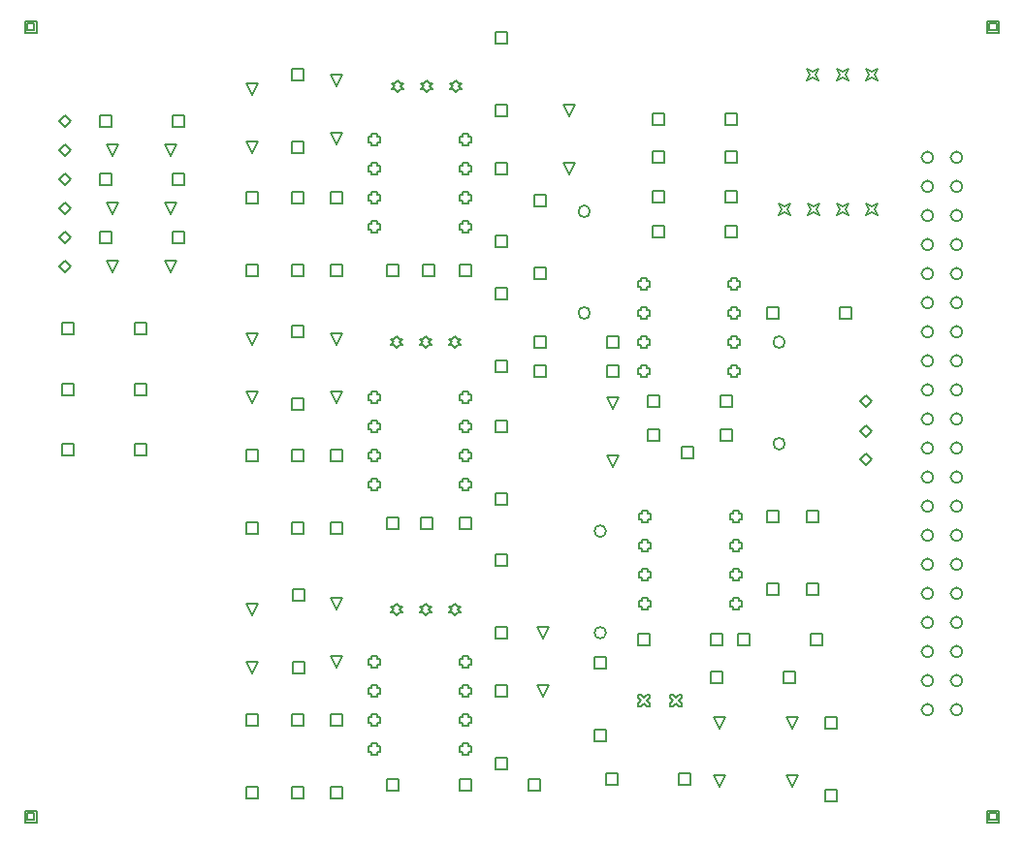
<source format=gbr>
%TF.GenerationSoftware,Altium Limited,Altium Designer,23.3.1 (30)*%
G04 Layer_Color=2752767*
%FSLAX26Y26*%
%MOIN*%
%TF.SameCoordinates,8F501EFE-F143-482A-9327-88418F9FCBED*%
%TF.FilePolarity,Positive*%
%TF.FileFunction,Drawing*%
%TF.Part,Single*%
G01*
G75*
%TA.AperFunction,NonConductor*%
%ADD37C,0.005000*%
%ADD73C,0.006667*%
D37*
X2990000Y2650000D02*
X3000000Y2670000D01*
X2990000Y2690000D01*
X3010000Y2680000D01*
X3030000Y2690000D01*
X3020000Y2670000D01*
X3030000Y2650000D01*
X3010000Y2660000D01*
X2990000Y2650000D01*
X2890000D02*
X2900000Y2670000D01*
X2890000Y2690000D01*
X2910000Y2680000D01*
X2930000Y2690000D01*
X2920000Y2670000D01*
X2930000Y2650000D01*
X2910000Y2660000D01*
X2890000Y2650000D01*
X2785000D02*
X2795000Y2670000D01*
X2785000Y2690000D01*
X2805000Y2680000D01*
X2825000Y2690000D01*
X2815000Y2670000D01*
X2825000Y2650000D01*
X2805000Y2660000D01*
X2785000Y2650000D01*
X2120000Y1320000D02*
X2100000Y1360000D01*
X2140000D01*
X2120000Y1320000D01*
Y1520000D02*
X2100000Y1560000D01*
X2140000D01*
X2120000Y1520000D01*
X1715000Y1895000D02*
Y1935000D01*
X1755000D01*
Y1895000D01*
X1715000D01*
Y1645000D02*
Y1685000D01*
X1755000D01*
Y1645000D01*
X1715000D01*
X860000Y1091500D02*
Y1131500D01*
X900000D01*
Y1091500D01*
X860000D01*
Y1341500D02*
Y1381500D01*
X900000D01*
Y1341500D01*
X860000D01*
X880000Y1541500D02*
X860000Y1581500D01*
X900000D01*
X880000Y1541500D01*
Y1741500D02*
X860000Y1781500D01*
X900000D01*
X880000Y1741500D01*
X1015000Y1515000D02*
Y1555000D01*
X1055000D01*
Y1515000D01*
X1015000D01*
Y1765000D02*
Y1805000D01*
X1055000D01*
Y1765000D01*
X1015000D01*
Y180000D02*
Y220000D01*
X1055000D01*
Y180000D01*
X1015000D01*
Y430000D02*
Y470000D01*
X1055000D01*
Y430000D01*
X1015000D01*
X860000Y180000D02*
Y220000D01*
X900000D01*
Y180000D01*
X860000D01*
Y430000D02*
Y470000D01*
X900000D01*
Y430000D01*
X860000D01*
X1170000Y630000D02*
X1150000Y670000D01*
X1190000D01*
X1170000Y630000D01*
Y830000D02*
X1150000Y870000D01*
X1190000D01*
X1170000Y830000D01*
X880000Y610000D02*
X860000Y650000D01*
X900000D01*
X880000Y610000D01*
Y810000D02*
X860000Y850000D01*
X900000D01*
X880000Y810000D01*
X1020000Y610000D02*
Y650000D01*
X1060000D01*
Y610000D01*
X1020000D01*
Y860000D02*
Y900000D01*
X1060000D01*
Y860000D01*
X1020000D01*
X1715000Y980000D02*
Y1020000D01*
X1755000D01*
Y980000D01*
X1715000D01*
Y730000D02*
Y770000D01*
X1755000D01*
Y730000D01*
X1715000D01*
Y530000D02*
Y570000D01*
X1755000D01*
Y530000D01*
X1715000D01*
Y280000D02*
Y320000D01*
X1755000D01*
Y280000D01*
X1715000D01*
X2703701Y575000D02*
Y615000D01*
X2743701D01*
Y575000D01*
X2703701D01*
X2453701D02*
Y615000D01*
X2493701D01*
Y575000D01*
X2453701D01*
X2203701Y705000D02*
Y745000D01*
X2243701D01*
Y705000D01*
X2203701D01*
X2453701D02*
Y745000D01*
X2493701D01*
Y705000D01*
X2453701D01*
X2218701Y1140000D02*
Y1130000D01*
X2238701D01*
Y1140000D01*
X2248701D01*
Y1160000D01*
X2238701D01*
Y1170000D01*
X2218701D01*
Y1160000D01*
X2208701D01*
Y1140000D01*
X2218701D01*
Y1040000D02*
Y1030000D01*
X2238701D01*
Y1040000D01*
X2248701D01*
Y1060000D01*
X2238701D01*
Y1070000D01*
X2218701D01*
Y1060000D01*
X2208701D01*
Y1040000D01*
X2218701D01*
Y940000D02*
Y930000D01*
X2238701D01*
Y940000D01*
X2248701D01*
Y960000D01*
X2238701D01*
Y970000D01*
X2218701D01*
Y960000D01*
X2208701D01*
Y940000D01*
X2218701D01*
Y840000D02*
Y830000D01*
X2238701D01*
Y840000D01*
X2248701D01*
Y860000D01*
X2238701D01*
Y870000D01*
X2218701D01*
Y860000D01*
X2208701D01*
Y840000D01*
X2218701D01*
X2531299D02*
Y830000D01*
X2551299D01*
Y840000D01*
X2561299D01*
Y860000D01*
X2551299D01*
Y870000D01*
X2531299D01*
Y860000D01*
X2521299D01*
Y840000D01*
X2531299D01*
Y940000D02*
Y930000D01*
X2551299D01*
Y940000D01*
X2561299D01*
Y960000D01*
X2551299D01*
Y970000D01*
X2531299D01*
Y960000D01*
X2521299D01*
Y940000D01*
X2531299D01*
Y1040000D02*
Y1030000D01*
X2551299D01*
Y1040000D01*
X2561299D01*
Y1060000D01*
X2551299D01*
Y1070000D01*
X2531299D01*
Y1060000D01*
X2521299D01*
Y1040000D01*
X2531299D01*
Y1140000D02*
Y1130000D01*
X2551299D01*
Y1140000D01*
X2561299D01*
Y1160000D01*
X2551299D01*
Y1170000D01*
X2531299D01*
Y1160000D01*
X2521299D01*
Y1140000D01*
X2531299D01*
X2055000Y625000D02*
Y665000D01*
X2095000D01*
Y625000D01*
X2055000D01*
Y375000D02*
Y415000D01*
X2095000D01*
Y375000D01*
X2055000D01*
X2345000Y225000D02*
Y265000D01*
X2385000D01*
Y225000D01*
X2345000D01*
X2095000D02*
Y265000D01*
X2135000D01*
Y225000D01*
X2095000D01*
X2205000Y495000D02*
X2215000D01*
X2225000Y505000D01*
X2235000Y495000D01*
X2245000D01*
Y505000D01*
X2235000Y515000D01*
X2245000Y525000D01*
Y535000D01*
X2235000D01*
X2225000Y525000D01*
X2215000Y535000D01*
X2205000D01*
Y525000D01*
X2215000Y515000D01*
X2205000Y505000D01*
Y495000D01*
X2315000D02*
X2325000D01*
X2335000Y505000D01*
X2345000Y495000D01*
X2355000D01*
Y505000D01*
X2345000Y515000D01*
X2355000Y525000D01*
Y535000D01*
X2345000D01*
X2335000Y525000D01*
X2325000Y535000D01*
X2315000D01*
Y525000D01*
X2325000Y515000D01*
X2315000Y505000D01*
Y495000D01*
X2485000Y420000D02*
X2465000Y460000D01*
X2505000D01*
X2485000Y420000D01*
X2735000Y220000D02*
X2715000Y260000D01*
X2755000D01*
X2735000Y220000D01*
Y420000D02*
X2715000Y460000D01*
X2755000D01*
X2735000Y420000D01*
X2485000Y220000D02*
X2465000Y260000D01*
X2505000D01*
X2485000Y220000D01*
X2850000Y420000D02*
Y460000D01*
X2890000D01*
Y420000D01*
X2850000D01*
Y170000D02*
Y210000D01*
X2890000D01*
Y170000D01*
X2850000D01*
X2650000Y1130000D02*
Y1170000D01*
X2690000D01*
Y1130000D01*
X2650000D01*
Y880000D02*
Y920000D01*
X2690000D01*
Y880000D01*
X2650000D01*
X2785000Y1130000D02*
Y1170000D01*
X2825000D01*
Y1130000D01*
X2785000D01*
Y880000D02*
Y920000D01*
X2825000D01*
Y880000D01*
X2785000D01*
X2970000Y1346000D02*
X2990000Y1366000D01*
X3010000Y1346000D01*
X2990000Y1326000D01*
X2970000Y1346000D01*
Y1444000D02*
X2990000Y1464000D01*
X3010000Y1444000D01*
X2990000Y1424000D01*
X2970000Y1444000D01*
Y1545000D02*
X2990000Y1565000D01*
X3010000Y1545000D01*
X2990000Y1525000D01*
X2970000Y1545000D01*
X2505000Y2495000D02*
Y2535000D01*
X2545000D01*
Y2495000D01*
X2505000D01*
X2255000D02*
Y2535000D01*
X2295000D01*
Y2495000D01*
X2255000D01*
X2505000Y2365000D02*
Y2405000D01*
X2545000D01*
Y2365000D01*
X2505000D01*
X2255000D02*
Y2405000D01*
X2295000D01*
Y2365000D01*
X2255000D01*
Y2230000D02*
Y2270000D01*
X2295000D01*
Y2230000D01*
X2255000D01*
X2505000D02*
Y2270000D01*
X2545000D01*
Y2230000D01*
X2505000D01*
X2213701Y1940000D02*
Y1930000D01*
X2233701D01*
Y1940000D01*
X2243701D01*
Y1960000D01*
X2233701D01*
Y1970000D01*
X2213701D01*
Y1960000D01*
X2203701D01*
Y1940000D01*
X2213701D01*
Y1840000D02*
Y1830000D01*
X2233701D01*
Y1840000D01*
X2243701D01*
Y1860000D01*
X2233701D01*
Y1870000D01*
X2213701D01*
Y1860000D01*
X2203701D01*
Y1840000D01*
X2213701D01*
Y1740000D02*
Y1730000D01*
X2233701D01*
Y1740000D01*
X2243701D01*
Y1760000D01*
X2233701D01*
Y1770000D01*
X2213701D01*
Y1760000D01*
X2203701D01*
Y1740000D01*
X2213701D01*
Y1640000D02*
Y1630000D01*
X2233701D01*
Y1640000D01*
X2243701D01*
Y1660000D01*
X2233701D01*
Y1670000D01*
X2213701D01*
Y1660000D01*
X2203701D01*
Y1640000D01*
X2213701D01*
X2526299D02*
Y1630000D01*
X2546299D01*
Y1640000D01*
X2556299D01*
Y1660000D01*
X2546299D01*
Y1670000D01*
X2526299D01*
Y1660000D01*
X2516299D01*
Y1640000D01*
X2526299D01*
Y1740000D02*
Y1730000D01*
X2546299D01*
Y1740000D01*
X2556299D01*
Y1760000D01*
X2546299D01*
Y1770000D01*
X2526299D01*
Y1760000D01*
X2516299D01*
Y1740000D01*
X2526299D01*
Y1840000D02*
Y1830000D01*
X2546299D01*
Y1840000D01*
X2556299D01*
Y1860000D01*
X2546299D01*
Y1870000D01*
X2526299D01*
Y1860000D01*
X2516299D01*
Y1840000D01*
X2526299D01*
Y1940000D02*
Y1930000D01*
X2546299D01*
Y1940000D01*
X2556299D01*
Y1960000D01*
X2546299D01*
Y1970000D01*
X2526299D01*
Y1960000D01*
X2516299D01*
Y1940000D01*
X2526299D01*
X2255000Y2110000D02*
Y2150000D01*
X2295000D01*
Y2110000D01*
X2255000D01*
X2505000D02*
Y2150000D01*
X2545000D01*
Y2110000D01*
X2505000D01*
X1970000Y2525000D02*
X1950000Y2565000D01*
X1990000D01*
X1970000Y2525000D01*
Y2325000D02*
X1950000Y2365000D01*
X1990000D01*
X1970000Y2325000D01*
X1850000Y2215000D02*
Y2255000D01*
X1890000D01*
Y2215000D01*
X1850000D01*
Y1965000D02*
Y2005000D01*
X1890000D01*
Y1965000D01*
X1850000D01*
X1715000Y2325000D02*
Y2365000D01*
X1755000D01*
Y2325000D01*
X1715000D01*
Y2075000D02*
Y2115000D01*
X1755000D01*
Y2075000D01*
X1715000D01*
X860000Y1975000D02*
Y2015000D01*
X900000D01*
Y1975000D01*
X860000D01*
Y2225000D02*
Y2265000D01*
X900000D01*
Y2225000D01*
X860000D01*
X1715000Y2775000D02*
Y2815000D01*
X1755000D01*
Y2775000D01*
X1715000D01*
Y2525000D02*
Y2565000D01*
X1755000D01*
Y2525000D01*
X1715000D01*
X1380000Y2610000D02*
X1390000Y2620000D01*
X1400000D01*
X1390000Y2630000D01*
X1400000Y2640000D01*
X1390000D01*
X1380000Y2650000D01*
X1370000Y2640000D01*
X1360000D01*
X1370000Y2630000D01*
X1360000Y2620000D01*
X1370000D01*
X1380000Y2610000D01*
X1480000D02*
X1490000Y2620000D01*
X1500000D01*
X1490000Y2630000D01*
X1500000Y2640000D01*
X1490000D01*
X1480000Y2650000D01*
X1470000Y2640000D01*
X1460000D01*
X1470000Y2630000D01*
X1460000Y2620000D01*
X1470000D01*
X1480000Y2610000D01*
X1580000D02*
X1590000Y2620000D01*
X1600000D01*
X1590000Y2630000D01*
X1600000Y2640000D01*
X1590000D01*
X1580000Y2650000D01*
X1570000Y2640000D01*
X1560000D01*
X1570000Y2630000D01*
X1560000Y2620000D01*
X1570000D01*
X1580000Y2610000D01*
X1170000Y2430000D02*
X1150000Y2470000D01*
X1190000D01*
X1170000Y2430000D01*
Y2630000D02*
X1150000Y2670000D01*
X1190000D01*
X1170000Y2630000D01*
X880000Y2400000D02*
X860000Y2440000D01*
X900000D01*
X880000Y2400000D01*
Y2600000D02*
X860000Y2640000D01*
X900000D01*
X880000Y2600000D01*
X2690000Y2185000D02*
X2700000Y2205000D01*
X2690000Y2225000D01*
X2710000Y2215000D01*
X2730000Y2225000D01*
X2720000Y2205000D01*
X2730000Y2185000D01*
X2710000Y2195000D01*
X2690000Y2185000D01*
X2790000D02*
X2800000Y2205000D01*
X2790000Y2225000D01*
X2810000Y2215000D01*
X2830000Y2225000D01*
X2820000Y2205000D01*
X2830000Y2185000D01*
X2810000Y2195000D01*
X2790000Y2185000D01*
X2890000D02*
X2900000Y2205000D01*
X2890000Y2225000D01*
X2910000Y2215000D01*
X2930000Y2225000D01*
X2920000Y2205000D01*
X2930000Y2185000D01*
X2910000Y2195000D01*
X2890000Y2185000D01*
X2990000D02*
X3000000Y2205000D01*
X2990000Y2225000D01*
X3010000Y2215000D01*
X3030000Y2225000D01*
X3020000Y2205000D01*
X3030000Y2185000D01*
X3010000Y2195000D01*
X2990000Y2185000D01*
X2900000Y1830000D02*
Y1870000D01*
X2940000D01*
Y1830000D01*
X2900000D01*
X2650000D02*
Y1870000D01*
X2690000D01*
Y1830000D01*
X2650000D01*
X475000Y1360000D02*
Y1400000D01*
X515000D01*
Y1360000D01*
X475000D01*
X225000D02*
Y1400000D01*
X265000D01*
Y1360000D01*
X225000D01*
X215000Y2110000D02*
X235000Y2130000D01*
X255000Y2110000D01*
X235000Y2090000D01*
X215000Y2110000D01*
Y2510000D02*
X235000Y2530000D01*
X255000Y2510000D01*
X235000Y2490000D01*
X215000Y2510000D01*
Y2410000D02*
X235000Y2430000D01*
X255000Y2410000D01*
X235000Y2390000D01*
X215000Y2410000D01*
Y2310000D02*
X235000Y2330000D01*
X255000Y2310000D01*
X235000Y2290000D01*
X215000Y2310000D01*
Y2210000D02*
X235000Y2230000D01*
X255000Y2210000D01*
X235000Y2190000D01*
X215000Y2210000D01*
Y2010000D02*
X235000Y2030000D01*
X255000Y2010000D01*
X235000Y1990000D01*
X215000Y2010000D01*
X1575000Y810000D02*
X1585000Y820000D01*
X1595000D01*
X1585000Y830000D01*
X1595000Y840000D01*
X1585000D01*
X1575000Y850000D01*
X1565000Y840000D01*
X1555000D01*
X1565000Y830000D01*
X1555000Y820000D01*
X1565000D01*
X1575000Y810000D01*
X1475000D02*
X1485000Y820000D01*
X1495000D01*
X1485000Y830000D01*
X1495000Y840000D01*
X1485000D01*
X1475000Y850000D01*
X1465000Y840000D01*
X1455000D01*
X1465000Y830000D01*
X1455000Y820000D01*
X1465000D01*
X1475000Y810000D01*
X1375000D02*
X1385000Y820000D01*
X1395000D01*
X1385000Y830000D01*
X1395000Y840000D01*
X1385000D01*
X1375000Y850000D01*
X1365000Y840000D01*
X1355000D01*
X1365000Y830000D01*
X1355000Y820000D01*
X1365000D01*
X1375000Y810000D01*
X1601299Y640000D02*
Y630000D01*
X1621299D01*
Y640000D01*
X1631299D01*
Y660000D01*
X1621299D01*
Y670000D01*
X1601299D01*
Y660000D01*
X1591299D01*
Y640000D01*
X1601299D01*
Y540000D02*
Y530000D01*
X1621299D01*
Y540000D01*
X1631299D01*
Y560000D01*
X1621299D01*
Y570000D01*
X1601299D01*
Y560000D01*
X1591299D01*
Y540000D01*
X1601299D01*
Y440000D02*
Y430000D01*
X1621299D01*
Y440000D01*
X1631299D01*
Y460000D01*
X1621299D01*
Y470000D01*
X1601299D01*
Y460000D01*
X1591299D01*
Y440000D01*
X1601299D01*
Y340000D02*
Y330000D01*
X1621299D01*
Y340000D01*
X1631299D01*
Y360000D01*
X1621299D01*
Y370000D01*
X1601299D01*
Y360000D01*
X1591299D01*
Y340000D01*
X1601299D01*
X1288701D02*
Y330000D01*
X1308701D01*
Y340000D01*
X1318701D01*
Y360000D01*
X1308701D01*
Y370000D01*
X1288701D01*
Y360000D01*
X1278701D01*
Y340000D01*
X1288701D01*
Y440000D02*
Y430000D01*
X1308701D01*
Y440000D01*
X1318701D01*
Y460000D01*
X1308701D01*
Y470000D01*
X1288701D01*
Y460000D01*
X1278701D01*
Y440000D01*
X1288701D01*
Y540000D02*
Y530000D01*
X1308701D01*
Y540000D01*
X1318701D01*
Y560000D01*
X1308701D01*
Y570000D01*
X1288701D01*
Y560000D01*
X1278701D01*
Y540000D01*
X1288701D01*
Y640000D02*
Y630000D01*
X1308701D01*
Y640000D01*
X1318701D01*
Y660000D01*
X1308701D01*
Y670000D01*
X1288701D01*
Y660000D01*
X1278701D01*
Y640000D01*
X1288701D01*
X1150000Y430000D02*
Y470000D01*
X1190000D01*
Y430000D01*
X1150000D01*
Y180000D02*
Y220000D01*
X1190000D01*
Y180000D01*
X1150000D01*
X2490000Y1410000D02*
Y1450000D01*
X2530000D01*
Y1410000D01*
X2490000D01*
X2240000D02*
Y1450000D01*
X2280000D01*
Y1410000D01*
X2240000D01*
X1601299Y1551500D02*
Y1541500D01*
X1621299D01*
Y1551500D01*
X1631299D01*
Y1571500D01*
X1621299D01*
Y1581500D01*
X1601299D01*
Y1571500D01*
X1591299D01*
Y1551500D01*
X1601299D01*
Y1451500D02*
Y1441500D01*
X1621299D01*
Y1451500D01*
X1631299D01*
Y1471500D01*
X1621299D01*
Y1481500D01*
X1601299D01*
Y1471500D01*
X1591299D01*
Y1451500D01*
X1601299D01*
Y1351500D02*
Y1341500D01*
X1621299D01*
Y1351500D01*
X1631299D01*
Y1371500D01*
X1621299D01*
Y1381500D01*
X1601299D01*
Y1371500D01*
X1591299D01*
Y1351500D01*
X1601299D01*
Y1251500D02*
Y1241500D01*
X1621299D01*
Y1251500D01*
X1631299D01*
Y1271500D01*
X1621299D01*
Y1281500D01*
X1601299D01*
Y1271500D01*
X1591299D01*
Y1251500D01*
X1601299D01*
X1288701D02*
Y1241500D01*
X1308701D01*
Y1251500D01*
X1318701D01*
Y1271500D01*
X1308701D01*
Y1281500D01*
X1288701D01*
Y1271500D01*
X1278701D01*
Y1251500D01*
X1288701D01*
Y1351500D02*
Y1341500D01*
X1308701D01*
Y1351500D01*
X1318701D01*
Y1371500D01*
X1308701D01*
Y1381500D01*
X1288701D01*
Y1371500D01*
X1278701D01*
Y1351500D01*
X1288701D01*
Y1451500D02*
Y1441500D01*
X1308701D01*
Y1451500D01*
X1318701D01*
Y1471500D01*
X1308701D01*
Y1481500D01*
X1288701D01*
Y1471500D01*
X1278701D01*
Y1451500D01*
X1288701D01*
Y1551500D02*
Y1541500D01*
X1308701D01*
Y1551500D01*
X1318701D01*
Y1571500D01*
X1308701D01*
Y1581500D01*
X1288701D01*
Y1571500D01*
X1278701D01*
Y1551500D01*
X1288701D01*
X1601299Y2435000D02*
Y2425000D01*
X1621299D01*
Y2435000D01*
X1631299D01*
Y2455000D01*
X1621299D01*
Y2465000D01*
X1601299D01*
Y2455000D01*
X1591299D01*
Y2435000D01*
X1601299D01*
Y2335000D02*
Y2325000D01*
X1621299D01*
Y2335000D01*
X1631299D01*
Y2355000D01*
X1621299D01*
Y2365000D01*
X1601299D01*
Y2355000D01*
X1591299D01*
Y2335000D01*
X1601299D01*
Y2235000D02*
Y2225000D01*
X1621299D01*
Y2235000D01*
X1631299D01*
Y2255000D01*
X1621299D01*
Y2265000D01*
X1601299D01*
Y2255000D01*
X1591299D01*
Y2235000D01*
X1601299D01*
Y2135000D02*
Y2125000D01*
X1621299D01*
Y2135000D01*
X1631299D01*
Y2155000D01*
X1621299D01*
Y2165000D01*
X1601299D01*
Y2155000D01*
X1591299D01*
Y2135000D01*
X1601299D01*
X1288701D02*
Y2125000D01*
X1308701D01*
Y2135000D01*
X1318701D01*
Y2155000D01*
X1308701D01*
Y2165000D01*
X1288701D01*
Y2155000D01*
X1278701D01*
Y2135000D01*
X1288701D01*
Y2235000D02*
Y2225000D01*
X1308701D01*
Y2235000D01*
X1318701D01*
Y2255000D01*
X1308701D01*
Y2265000D01*
X1288701D01*
Y2255000D01*
X1278701D01*
Y2235000D01*
X1288701D01*
Y2335000D02*
Y2325000D01*
X1308701D01*
Y2335000D01*
X1318701D01*
Y2355000D01*
X1308701D01*
Y2365000D01*
X1288701D01*
Y2355000D01*
X1278701D01*
Y2335000D01*
X1288701D01*
Y2435000D02*
Y2425000D01*
X1308701D01*
Y2435000D01*
X1318701D01*
Y2455000D01*
X1308701D01*
Y2465000D01*
X1288701D01*
Y2455000D01*
X1278701D01*
Y2435000D01*
X1288701D01*
X1575000Y1730000D02*
X1585000Y1740000D01*
X1595000D01*
X1585000Y1750000D01*
X1595000Y1760000D01*
X1585000D01*
X1575000Y1770000D01*
X1565000Y1760000D01*
X1555000D01*
X1565000Y1750000D01*
X1555000Y1740000D01*
X1565000D01*
X1575000Y1730000D01*
X1475000D02*
X1485000Y1740000D01*
X1495000D01*
X1485000Y1750000D01*
X1495000Y1760000D01*
X1485000D01*
X1475000Y1770000D01*
X1465000Y1760000D01*
X1455000D01*
X1465000Y1750000D01*
X1455000Y1740000D01*
X1465000D01*
X1475000Y1730000D01*
X1375000D02*
X1385000Y1740000D01*
X1395000D01*
X1385000Y1750000D01*
X1395000Y1760000D01*
X1385000D01*
X1375000Y1770000D01*
X1365000Y1760000D01*
X1355000D01*
X1365000Y1750000D01*
X1355000Y1740000D01*
X1365000D01*
X1375000Y1730000D01*
X1015000Y1341500D02*
Y1381500D01*
X1055000D01*
Y1341500D01*
X1015000D01*
Y1091500D02*
Y1131500D01*
X1055000D01*
Y1091500D01*
X1015000D01*
X1341299Y1105000D02*
Y1145000D01*
X1381299D01*
Y1105000D01*
X1341299D01*
X1591299D02*
Y1145000D01*
X1631299D01*
Y1105000D01*
X1591299D01*
X2240000Y1525000D02*
Y1565000D01*
X2280000D01*
Y1525000D01*
X2240000D01*
X2490000D02*
Y1565000D01*
X2530000D01*
Y1525000D01*
X2490000D01*
X1850000Y1630000D02*
Y1670000D01*
X1890000D01*
Y1630000D01*
X1850000D01*
X2100000D02*
Y1670000D01*
X2140000D01*
Y1630000D01*
X2100000D01*
X1850000Y1730000D02*
Y1770000D01*
X1890000D01*
Y1730000D01*
X1850000D01*
X2100000D02*
Y1770000D01*
X2140000D01*
Y1730000D01*
X2100000D01*
X1150000Y1341500D02*
Y1381500D01*
X1190000D01*
Y1341500D01*
X1150000D01*
Y1091500D02*
Y1131500D01*
X1190000D01*
Y1091500D01*
X1150000D01*
X1170000Y1741500D02*
X1150000Y1781500D01*
X1190000D01*
X1170000Y1741500D01*
Y1541500D02*
X1150000Y1581500D01*
X1190000D01*
X1170000Y1541500D01*
X1015000Y2650000D02*
Y2690000D01*
X1055000D01*
Y2650000D01*
X1015000D01*
Y2400000D02*
Y2440000D01*
X1055000D01*
Y2400000D01*
X1015000D01*
X1341299Y1975000D02*
Y2015000D01*
X1381299D01*
Y1975000D01*
X1341299D01*
X1591299D02*
Y2015000D01*
X1631299D01*
Y1975000D01*
X1591299D01*
X1015000Y2225000D02*
Y2265000D01*
X1055000D01*
Y2225000D01*
X1015000D01*
Y1975000D02*
Y2015000D01*
X1055000D01*
Y1975000D01*
X1015000D01*
X1150000Y2225000D02*
Y2265000D01*
X1190000D01*
Y2225000D01*
X1150000D01*
Y1975000D02*
Y2015000D01*
X1190000D01*
Y1975000D01*
X1150000D01*
X600000Y1990000D02*
X580000Y2030000D01*
X620000D01*
X600000Y1990000D01*
X400000D02*
X380000Y2030000D01*
X420000D01*
X400000Y1990000D01*
X600000Y2190000D02*
X580000Y2230000D01*
X620000D01*
X600000Y2190000D01*
X400000D02*
X380000Y2230000D01*
X420000D01*
X400000Y2190000D01*
X355000Y2090000D02*
Y2130000D01*
X395000D01*
Y2090000D01*
X355000D01*
X605000D02*
Y2130000D01*
X645000D01*
Y2090000D01*
X605000D01*
X355000Y2290000D02*
Y2330000D01*
X395000D01*
Y2290000D01*
X355000D01*
X605000D02*
Y2330000D01*
X645000D01*
Y2290000D01*
X605000D01*
X600000Y2390000D02*
X580000Y2430000D01*
X620000D01*
X600000Y2390000D01*
X400000D02*
X380000Y2430000D01*
X420000D01*
X400000Y2390000D01*
X355000Y2490000D02*
Y2530000D01*
X395000D01*
Y2490000D01*
X355000D01*
X605000D02*
Y2530000D01*
X645000D01*
Y2490000D01*
X605000D01*
X1715000Y1191500D02*
Y1231500D01*
X1755000D01*
Y1191500D01*
X1715000D01*
Y1441500D02*
Y1481500D01*
X1755000D01*
Y1441500D01*
X1715000D01*
X475000Y1565000D02*
Y1605000D01*
X515000D01*
Y1565000D01*
X475000D01*
X225000D02*
Y1605000D01*
X265000D01*
Y1565000D01*
X225000D01*
X1880000Y530000D02*
X1860000Y570000D01*
X1900000D01*
X1880000Y530000D01*
Y730000D02*
X1860000Y770000D01*
X1900000D01*
X1880000Y730000D01*
X1341299Y205000D02*
Y245000D01*
X1381299D01*
Y205000D01*
X1341299D01*
X1591299D02*
Y245000D01*
X1631299D01*
Y205000D01*
X1591299D01*
X475000Y1775000D02*
Y1815000D01*
X515000D01*
Y1775000D01*
X475000D01*
X225000D02*
Y1815000D01*
X265000D01*
Y1775000D01*
X225000D01*
X2800000Y705000D02*
Y745000D01*
X2840000D01*
Y705000D01*
X2800000D01*
X2550000D02*
Y745000D01*
X2590000D01*
Y705000D01*
X2550000D01*
X98110Y98110D02*
Y138110D01*
X138110D01*
Y98110D01*
X98110D01*
X106110Y106110D02*
Y130110D01*
X130110D01*
Y106110D01*
X106110D01*
X98110Y2814646D02*
Y2854646D01*
X138110D01*
Y2814646D01*
X98110D01*
X106110Y2822646D02*
Y2846646D01*
X130110D01*
Y2822646D01*
X106110D01*
X3405197Y2814646D02*
Y2854646D01*
X3445197D01*
Y2814646D01*
X3405197D01*
X3413197Y2822646D02*
Y2846646D01*
X3437197D01*
Y2822646D01*
X3413197D01*
X3405197Y98110D02*
Y138110D01*
X3445197D01*
Y98110D01*
X3405197D01*
X3413197Y106110D02*
Y130110D01*
X3437197D01*
Y106110D01*
X3413197D01*
X2355000Y1350000D02*
Y1390000D01*
X2395000D01*
Y1350000D01*
X2355000D01*
X1460000Y1105000D02*
Y1145000D01*
X1500000D01*
Y1105000D01*
X1460000D01*
X1465000Y1975000D02*
Y2015000D01*
X1505000D01*
Y1975000D01*
X1465000D01*
X1830000Y205000D02*
Y245000D01*
X1870000D01*
Y205000D01*
X1830000D01*
D73*
X2710000Y1400197D02*
G03*
X2710000Y1400197I-20000J0D01*
G01*
Y1749803D02*
G03*
X2710000Y1749803I-20000J0D01*
G01*
X2040000Y2199606D02*
G03*
X2040000Y2199606I-20000J0D01*
G01*
Y1850000D02*
G03*
X2040000Y1850000I-20000J0D01*
G01*
X2095000Y1099606D02*
G03*
X2095000Y1099606I-20000J0D01*
G01*
Y750000D02*
G03*
X2095000Y750000I-20000J0D01*
G01*
X3220000Y2385000D02*
G03*
X3220000Y2385000I-20000J0D01*
G01*
X3320000D02*
G03*
X3320000Y2385000I-20000J0D01*
G01*
X3220000Y2285000D02*
G03*
X3220000Y2285000I-20000J0D01*
G01*
X3320000D02*
G03*
X3320000Y2285000I-20000J0D01*
G01*
X3220000Y2185000D02*
G03*
X3220000Y2185000I-20000J0D01*
G01*
X3320000D02*
G03*
X3320000Y2185000I-20000J0D01*
G01*
X3220000Y2085000D02*
G03*
X3220000Y2085000I-20000J0D01*
G01*
X3320000D02*
G03*
X3320000Y2085000I-20000J0D01*
G01*
X3220000Y1985000D02*
G03*
X3220000Y1985000I-20000J0D01*
G01*
X3320000D02*
G03*
X3320000Y1985000I-20000J0D01*
G01*
X3220000Y1885000D02*
G03*
X3220000Y1885000I-20000J0D01*
G01*
X3320000D02*
G03*
X3320000Y1885000I-20000J0D01*
G01*
X3220000Y1785000D02*
G03*
X3220000Y1785000I-20000J0D01*
G01*
X3320000D02*
G03*
X3320000Y1785000I-20000J0D01*
G01*
X3220000Y1685000D02*
G03*
X3220000Y1685000I-20000J0D01*
G01*
X3320000D02*
G03*
X3320000Y1685000I-20000J0D01*
G01*
X3220000Y1585000D02*
G03*
X3220000Y1585000I-20000J0D01*
G01*
X3320000D02*
G03*
X3320000Y1585000I-20000J0D01*
G01*
X3220000Y1485000D02*
G03*
X3220000Y1485000I-20000J0D01*
G01*
X3320000D02*
G03*
X3320000Y1485000I-20000J0D01*
G01*
X3220000Y1385000D02*
G03*
X3220000Y1385000I-20000J0D01*
G01*
X3320000D02*
G03*
X3320000Y1385000I-20000J0D01*
G01*
X3220000Y1285000D02*
G03*
X3220000Y1285000I-20000J0D01*
G01*
X3320000D02*
G03*
X3320000Y1285000I-20000J0D01*
G01*
X3220000Y1185000D02*
G03*
X3220000Y1185000I-20000J0D01*
G01*
X3320000D02*
G03*
X3320000Y1185000I-20000J0D01*
G01*
X3220000Y1085000D02*
G03*
X3220000Y1085000I-20000J0D01*
G01*
X3320000D02*
G03*
X3320000Y1085000I-20000J0D01*
G01*
X3220000Y985000D02*
G03*
X3220000Y985000I-20000J0D01*
G01*
X3320000D02*
G03*
X3320000Y985000I-20000J0D01*
G01*
X3220000Y885000D02*
G03*
X3220000Y885000I-20000J0D01*
G01*
X3320000D02*
G03*
X3320000Y885000I-20000J0D01*
G01*
X3220000Y785000D02*
G03*
X3220000Y785000I-20000J0D01*
G01*
X3320000D02*
G03*
X3320000Y785000I-20000J0D01*
G01*
X3220000Y685000D02*
G03*
X3220000Y685000I-20000J0D01*
G01*
X3320000D02*
G03*
X3320000Y685000I-20000J0D01*
G01*
X3220000Y585000D02*
G03*
X3220000Y585000I-20000J0D01*
G01*
X3320000D02*
G03*
X3320000Y585000I-20000J0D01*
G01*
X3220000Y485000D02*
G03*
X3220000Y485000I-20000J0D01*
G01*
X3320000D02*
G03*
X3320000Y485000I-20000J0D01*
G01*
%TF.MD5,60a282e3d51f9714889ef6e11788f30f*%
M02*

</source>
